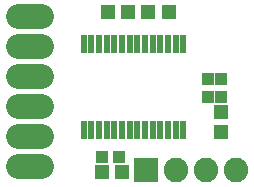
<source format=gts>
G75*
%MOIN*%
%OFA0B0*%
%FSLAX24Y24*%
%IPPOS*%
%LPD*%
%AMOC8*
5,1,8,0,0,1.08239X$1,22.5*
%
%ADD10C,0.0820*%
%ADD11R,0.0820X0.0820*%
%ADD12C,0.0820*%
%ADD13R,0.0513X0.0474*%
%ADD14R,0.0474X0.0513*%
%ADD15R,0.0395X0.0395*%
%ADD16R,0.0217X0.0630*%
D10*
X002280Y000868D02*
X003020Y000868D01*
X003020Y001868D02*
X002280Y001868D01*
X002280Y002868D02*
X003020Y002868D01*
X003020Y003868D02*
X002280Y003868D01*
X002280Y004868D02*
X003020Y004868D01*
X003020Y005868D02*
X002280Y005868D01*
D11*
X006544Y000741D03*
D12*
X007544Y000741D03*
X008544Y000741D03*
X009544Y000741D03*
D13*
X005723Y000690D03*
X005054Y000690D03*
X005268Y006006D03*
X005938Y006006D03*
X006616Y006002D03*
X007285Y006002D03*
D14*
X009048Y002670D03*
X009048Y002001D03*
D15*
X009048Y003181D03*
X008616Y003181D03*
X008616Y003772D03*
X009048Y003772D03*
X005642Y001174D03*
X005052Y001174D03*
D16*
X004968Y002081D03*
X005224Y002081D03*
X005480Y002081D03*
X005736Y002081D03*
X005992Y002081D03*
X006248Y002081D03*
X006504Y002081D03*
X006760Y002081D03*
X007016Y002081D03*
X007272Y002081D03*
X007527Y002081D03*
X007783Y002081D03*
X004713Y002081D03*
X004457Y002081D03*
X004457Y004959D03*
X004713Y004959D03*
X004968Y004959D03*
X005224Y004959D03*
X005480Y004959D03*
X005736Y004959D03*
X005992Y004959D03*
X006248Y004959D03*
X006504Y004959D03*
X006760Y004959D03*
X007016Y004959D03*
X007272Y004959D03*
X007527Y004959D03*
X007783Y004959D03*
M02*

</source>
